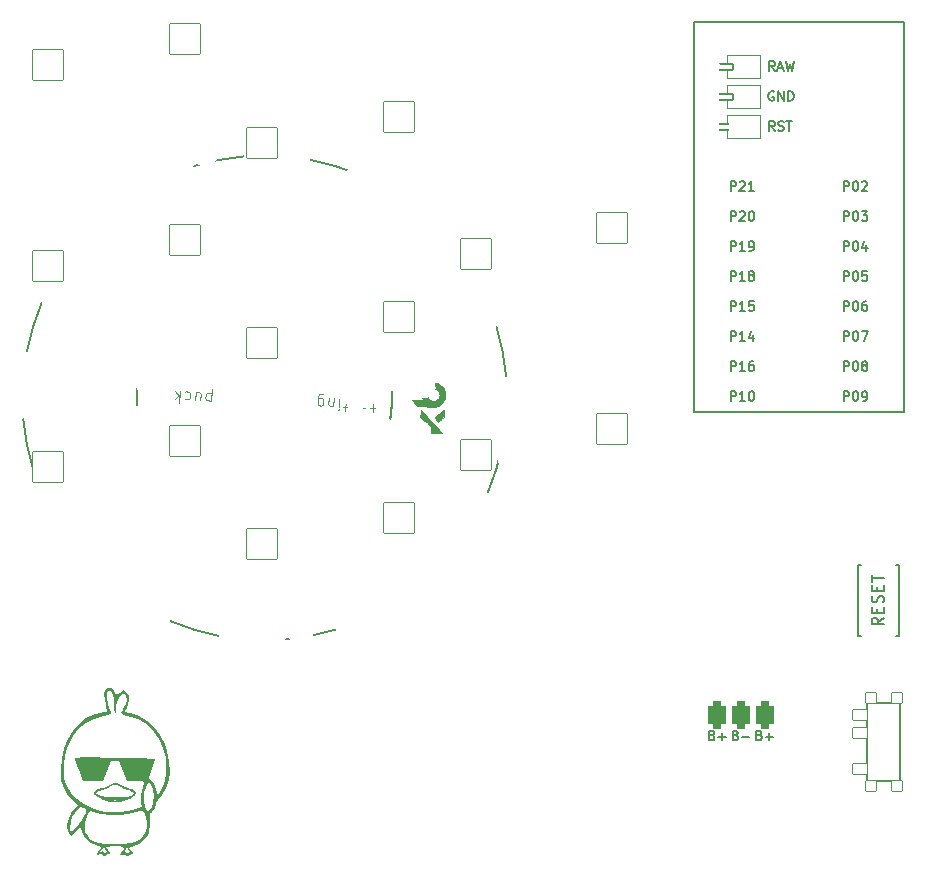
<source format=gto>
%TF.GenerationSoftware,KiCad,Pcbnew,(6.0.4)*%
%TF.CreationDate,2022-06-21T01:29:20+02:00*%
%TF.ProjectId,battoota,62617474-6f6f-4746-912e-6b696361645f,v1.0.0*%
%TF.SameCoordinates,Original*%
%TF.FileFunction,Legend,Top*%
%TF.FilePolarity,Positive*%
%FSLAX46Y46*%
G04 Gerber Fmt 4.6, Leading zero omitted, Abs format (unit mm)*
G04 Created by KiCad (PCBNEW (6.0.4)) date 2022-06-21 01:29:20*
%MOMM*%
%LPD*%
G01*
G04 APERTURE LIST*
G04 Aperture macros list*
%AMRoundRect*
0 Rectangle with rounded corners*
0 $1 Rounding radius*
0 $2 $3 $4 $5 $6 $7 $8 $9 X,Y pos of 4 corners*
0 Add a 4 corners polygon primitive as box body*
4,1,4,$2,$3,$4,$5,$6,$7,$8,$9,$2,$3,0*
0 Add four circle primitives for the rounded corners*
1,1,$1+$1,$2,$3*
1,1,$1+$1,$4,$5*
1,1,$1+$1,$6,$7*
1,1,$1+$1,$8,$9*
0 Add four rect primitives between the rounded corners*
20,1,$1+$1,$2,$3,$4,$5,0*
20,1,$1+$1,$4,$5,$6,$7,0*
20,1,$1+$1,$6,$7,$8,$9,0*
20,1,$1+$1,$8,$9,$2,$3,0*%
%AMFreePoly0*
4,1,16,0.535355,0.785355,0.550000,0.750000,0.550000,-0.750000,0.535355,-0.785355,0.500000,-0.800000,-0.650000,-0.800000,-0.685355,-0.785355,-0.700000,-0.750000,-0.691603,-0.722265,-0.210093,0.000000,-0.691603,0.722265,-0.699029,0.759806,-0.677735,0.791603,-0.650000,0.800000,0.500000,0.800000,0.535355,0.785355,0.535355,0.785355,$1*%
%AMFreePoly1*
4,1,16,0.535355,0.785355,0.541603,0.777735,1.041603,0.027735,1.049029,-0.009806,1.041603,-0.027735,0.541603,-0.777735,0.509806,-0.799029,0.500000,-0.800000,-0.500000,-0.800000,-0.535355,-0.785355,-0.550000,-0.750000,-0.550000,0.750000,-0.535355,0.785355,-0.500000,0.800000,0.500000,0.800000,0.535355,0.785355,0.535355,0.785355,$1*%
G04 Aperture macros list end*
%ADD10C,0.150000*%
%ADD11C,0.100000*%
%ADD12C,0.120000*%
%ADD13C,0.200000*%
%ADD14C,0.010000*%
%ADD15RoundRect,0.375000X-0.375000X-0.750000X0.375000X-0.750000X0.375000X0.750000X-0.375000X0.750000X0*%
%ADD16C,2.000000*%
%ADD17C,1.752600*%
%ADD18RoundRect,0.050000X-0.450000X0.450000X-0.450000X-0.450000X0.450000X-0.450000X0.450000X0.450000X0*%
%ADD19RoundRect,0.050000X-0.625000X0.450000X-0.625000X-0.450000X0.625000X-0.450000X0.625000X0.450000X0*%
%ADD20RoundRect,0.425000X-0.375000X-0.750000X0.375000X-0.750000X0.375000X0.750000X-0.375000X0.750000X0*%
%ADD21C,2.100000*%
%ADD22C,1.801800*%
%ADD23C,3.100000*%
%ADD24C,3.529000*%
%ADD25C,2.132000*%
%ADD26RoundRect,0.050000X-1.253839X-1.344577X1.344577X-1.253839X1.253839X1.344577X-1.344577X1.253839X0*%
%ADD27RoundRect,0.050000X-1.300000X-1.300000X1.300000X-1.300000X1.300000X1.300000X-1.300000X1.300000X0*%
%ADD28RoundRect,0.050000X-1.666227X-0.776974X0.776974X-1.666227X1.666227X0.776974X-0.776974X1.666227X0*%
%ADD29C,1.100000*%
%ADD30RoundRect,0.050000X-1.181751X-1.408356X1.408356X-1.181751X1.181751X1.408356X-1.408356X1.181751X0*%
%ADD31RoundRect,0.050000X-1.408356X-1.181751X1.181751X-1.408356X1.408356X1.181751X-1.181751X1.408356X0*%
%ADD32C,1.852600*%
%ADD33FreePoly0,180.000000*%
%ADD34RoundRect,0.050000X-0.762000X0.250000X-0.762000X-0.250000X0.762000X-0.250000X0.762000X0.250000X0*%
%ADD35FreePoly1,180.000000*%
%ADD36C,4.500000*%
G04 APERTURE END LIST*
D10*
%TO.C,PAD1*%
X146433764Y60268523D02*
X146548050Y60230428D01*
X146586145Y60192333D01*
X146624240Y60116142D01*
X146624240Y60001857D01*
X146586145Y59925666D01*
X146548050Y59887571D01*
X146471860Y59849476D01*
X146167098Y59849476D01*
X146167098Y60649476D01*
X146433764Y60649476D01*
X146509955Y60611381D01*
X146548050Y60573285D01*
X146586145Y60497095D01*
X146586145Y60420904D01*
X146548050Y60344714D01*
X146509955Y60306619D01*
X146433764Y60268523D01*
X146167098Y60268523D01*
X146967098Y60154238D02*
X147576621Y60154238D01*
X144433764Y60268523D02*
X144548050Y60230428D01*
X144586145Y60192333D01*
X144624240Y60116142D01*
X144624240Y60001857D01*
X144586145Y59925666D01*
X144548050Y59887571D01*
X144471860Y59849476D01*
X144167098Y59849476D01*
X144167098Y60649476D01*
X144433764Y60649476D01*
X144509955Y60611381D01*
X144548050Y60573285D01*
X144586145Y60497095D01*
X144586145Y60420904D01*
X144548050Y60344714D01*
X144509955Y60306619D01*
X144433764Y60268523D01*
X144167098Y60268523D01*
X144967098Y60154238D02*
X145576621Y60154238D01*
X145271860Y59849476D02*
X145271860Y60459000D01*
X148433764Y60268523D02*
X148548050Y60230428D01*
X148586145Y60192333D01*
X148624240Y60116142D01*
X148624240Y60001857D01*
X148586145Y59925666D01*
X148548050Y59887571D01*
X148471860Y59849476D01*
X148167098Y59849476D01*
X148167098Y60649476D01*
X148433764Y60649476D01*
X148509955Y60611381D01*
X148548050Y60573285D01*
X148586145Y60497095D01*
X148586145Y60420904D01*
X148548050Y60344714D01*
X148509955Y60306619D01*
X148433764Y60268523D01*
X148167098Y60268523D01*
X148967098Y60154238D02*
X149576621Y60154238D01*
X149271860Y59849476D02*
X149271860Y60459000D01*
%TO.C,B1*%
X158948380Y70227619D02*
X158472190Y69894285D01*
X158948380Y69656190D02*
X157948380Y69656190D01*
X157948380Y70037142D01*
X157996000Y70132380D01*
X158043619Y70180000D01*
X158138857Y70227619D01*
X158281714Y70227619D01*
X158376952Y70180000D01*
X158424571Y70132380D01*
X158472190Y70037142D01*
X158472190Y69656190D01*
X158424571Y70656190D02*
X158424571Y70989523D01*
X158948380Y71132380D02*
X158948380Y70656190D01*
X157948380Y70656190D01*
X157948380Y71132380D01*
X158900761Y71513333D02*
X158948380Y71656190D01*
X158948380Y71894285D01*
X158900761Y71989523D01*
X158853142Y72037142D01*
X158757904Y72084761D01*
X158662666Y72084761D01*
X158567428Y72037142D01*
X158519809Y71989523D01*
X158472190Y71894285D01*
X158424571Y71703809D01*
X158376952Y71608571D01*
X158329333Y71560952D01*
X158234095Y71513333D01*
X158138857Y71513333D01*
X158043619Y71560952D01*
X157996000Y71608571D01*
X157948380Y71703809D01*
X157948380Y71941904D01*
X157996000Y72084761D01*
X158424571Y72513333D02*
X158424571Y72846666D01*
X158948380Y72989523D02*
X158948380Y72513333D01*
X157948380Y72513333D01*
X157948380Y72989523D01*
X157948380Y73275238D02*
X157948380Y73846666D01*
X158948380Y73560952D02*
X157948380Y73560952D01*
%TO.C,MCU1*%
X155593571Y91121349D02*
X155593571Y91921349D01*
X155898333Y91921349D01*
X155974523Y91883254D01*
X156012619Y91845158D01*
X156050714Y91768968D01*
X156050714Y91654682D01*
X156012619Y91578492D01*
X155974523Y91540396D01*
X155898333Y91502301D01*
X155593571Y91502301D01*
X156545952Y91921349D02*
X156622142Y91921349D01*
X156698333Y91883254D01*
X156736428Y91845158D01*
X156774523Y91768968D01*
X156812619Y91616587D01*
X156812619Y91426111D01*
X156774523Y91273730D01*
X156736428Y91197539D01*
X156698333Y91159444D01*
X156622142Y91121349D01*
X156545952Y91121349D01*
X156469761Y91159444D01*
X156431666Y91197539D01*
X156393571Y91273730D01*
X156355476Y91426111D01*
X156355476Y91616587D01*
X156393571Y91768968D01*
X156431666Y91845158D01*
X156469761Y91883254D01*
X156545952Y91921349D01*
X157269761Y91578492D02*
X157193571Y91616587D01*
X157155476Y91654682D01*
X157117380Y91730873D01*
X157117380Y91768968D01*
X157155476Y91845158D01*
X157193571Y91883254D01*
X157269761Y91921349D01*
X157422142Y91921349D01*
X157498333Y91883254D01*
X157536428Y91845158D01*
X157574523Y91768968D01*
X157574523Y91730873D01*
X157536428Y91654682D01*
X157498333Y91616587D01*
X157422142Y91578492D01*
X157269761Y91578492D01*
X157193571Y91540396D01*
X157155476Y91502301D01*
X157117380Y91426111D01*
X157117380Y91273730D01*
X157155476Y91197539D01*
X157193571Y91159444D01*
X157269761Y91121349D01*
X157422142Y91121349D01*
X157498333Y91159444D01*
X157536428Y91197539D01*
X157574523Y91273730D01*
X157574523Y91426111D01*
X157536428Y91502301D01*
X157498333Y91540396D01*
X157422142Y91578492D01*
X145993571Y106361349D02*
X145993571Y107161349D01*
X146298333Y107161349D01*
X146374523Y107123254D01*
X146412619Y107085158D01*
X146450714Y107008968D01*
X146450714Y106894682D01*
X146412619Y106818492D01*
X146374523Y106780396D01*
X146298333Y106742301D01*
X145993571Y106742301D01*
X146755476Y107085158D02*
X146793571Y107123254D01*
X146869761Y107161349D01*
X147060238Y107161349D01*
X147136428Y107123254D01*
X147174523Y107085158D01*
X147212619Y107008968D01*
X147212619Y106932777D01*
X147174523Y106818492D01*
X146717380Y106361349D01*
X147212619Y106361349D01*
X147974523Y106361349D02*
X147517380Y106361349D01*
X147745952Y106361349D02*
X147745952Y107161349D01*
X147669761Y107047063D01*
X147593571Y106970873D01*
X147517380Y106932777D01*
X145993571Y93661349D02*
X145993571Y94461349D01*
X146298333Y94461349D01*
X146374523Y94423254D01*
X146412619Y94385158D01*
X146450714Y94308968D01*
X146450714Y94194682D01*
X146412619Y94118492D01*
X146374523Y94080396D01*
X146298333Y94042301D01*
X145993571Y94042301D01*
X147212619Y93661349D02*
X146755476Y93661349D01*
X146984047Y93661349D02*
X146984047Y94461349D01*
X146907857Y94347063D01*
X146831666Y94270873D01*
X146755476Y94232777D01*
X147898333Y94194682D02*
X147898333Y93661349D01*
X147707857Y94499444D02*
X147517380Y93928015D01*
X148012619Y93928015D01*
X145993571Y103821349D02*
X145993571Y104621349D01*
X146298333Y104621349D01*
X146374523Y104583254D01*
X146412619Y104545158D01*
X146450714Y104468968D01*
X146450714Y104354682D01*
X146412619Y104278492D01*
X146374523Y104240396D01*
X146298333Y104202301D01*
X145993571Y104202301D01*
X146755476Y104545158D02*
X146793571Y104583254D01*
X146869761Y104621349D01*
X147060238Y104621349D01*
X147136428Y104583254D01*
X147174523Y104545158D01*
X147212619Y104468968D01*
X147212619Y104392777D01*
X147174523Y104278492D01*
X146717380Y103821349D01*
X147212619Y103821349D01*
X147707857Y104621349D02*
X147784047Y104621349D01*
X147860238Y104583254D01*
X147898333Y104545158D01*
X147936428Y104468968D01*
X147974523Y104316587D01*
X147974523Y104126111D01*
X147936428Y103973730D01*
X147898333Y103897539D01*
X147860238Y103859444D01*
X147784047Y103821349D01*
X147707857Y103821349D01*
X147631666Y103859444D01*
X147593571Y103897539D01*
X147555476Y103973730D01*
X147517380Y104126111D01*
X147517380Y104316587D01*
X147555476Y104468968D01*
X147593571Y104545158D01*
X147631666Y104583254D01*
X147707857Y104621349D01*
X149713381Y111441349D02*
X149446715Y111822301D01*
X149256238Y111441349D02*
X149256238Y112241349D01*
X149561000Y112241349D01*
X149637191Y112203254D01*
X149675286Y112165158D01*
X149713381Y112088968D01*
X149713381Y111974682D01*
X149675286Y111898492D01*
X149637191Y111860396D01*
X149561000Y111822301D01*
X149256238Y111822301D01*
X150018143Y111479444D02*
X150132429Y111441349D01*
X150322905Y111441349D01*
X150399096Y111479444D01*
X150437191Y111517539D01*
X150475286Y111593730D01*
X150475286Y111669920D01*
X150437191Y111746111D01*
X150399096Y111784206D01*
X150322905Y111822301D01*
X150170524Y111860396D01*
X150094334Y111898492D01*
X150056238Y111936587D01*
X150018143Y112012777D01*
X150018143Y112088968D01*
X150056238Y112165158D01*
X150094334Y112203254D01*
X150170524Y112241349D01*
X150361000Y112241349D01*
X150475286Y112203254D01*
X150703857Y112241349D02*
X151161000Y112241349D01*
X150932429Y111441349D02*
X150932429Y112241349D01*
X155593571Y88581349D02*
X155593571Y89381349D01*
X155898333Y89381349D01*
X155974523Y89343254D01*
X156012619Y89305158D01*
X156050714Y89228968D01*
X156050714Y89114682D01*
X156012619Y89038492D01*
X155974523Y89000396D01*
X155898333Y88962301D01*
X155593571Y88962301D01*
X156545952Y89381349D02*
X156622142Y89381349D01*
X156698333Y89343254D01*
X156736428Y89305158D01*
X156774523Y89228968D01*
X156812619Y89076587D01*
X156812619Y88886111D01*
X156774523Y88733730D01*
X156736428Y88657539D01*
X156698333Y88619444D01*
X156622142Y88581349D01*
X156545952Y88581349D01*
X156469761Y88619444D01*
X156431666Y88657539D01*
X156393571Y88733730D01*
X156355476Y88886111D01*
X156355476Y89076587D01*
X156393571Y89228968D01*
X156431666Y89305158D01*
X156469761Y89343254D01*
X156545952Y89381349D01*
X157193571Y88581349D02*
X157345952Y88581349D01*
X157422142Y88619444D01*
X157460238Y88657539D01*
X157536428Y88771825D01*
X157574523Y88924206D01*
X157574523Y89228968D01*
X157536428Y89305158D01*
X157498333Y89343254D01*
X157422142Y89381349D01*
X157269761Y89381349D01*
X157193571Y89343254D01*
X157155476Y89305158D01*
X157117380Y89228968D01*
X157117380Y89038492D01*
X157155476Y88962301D01*
X157193571Y88924206D01*
X157269761Y88886111D01*
X157422142Y88886111D01*
X157498333Y88924206D01*
X157536428Y88962301D01*
X157574523Y89038492D01*
X145993571Y91121349D02*
X145993571Y91921349D01*
X146298333Y91921349D01*
X146374523Y91883254D01*
X146412619Y91845158D01*
X146450714Y91768968D01*
X146450714Y91654682D01*
X146412619Y91578492D01*
X146374523Y91540396D01*
X146298333Y91502301D01*
X145993571Y91502301D01*
X147212619Y91121349D02*
X146755476Y91121349D01*
X146984047Y91121349D02*
X146984047Y91921349D01*
X146907857Y91807063D01*
X146831666Y91730873D01*
X146755476Y91692777D01*
X147898333Y91921349D02*
X147745952Y91921349D01*
X147669761Y91883254D01*
X147631666Y91845158D01*
X147555476Y91730873D01*
X147517380Y91578492D01*
X147517380Y91273730D01*
X147555476Y91197539D01*
X147593571Y91159444D01*
X147669761Y91121349D01*
X147822142Y91121349D01*
X147898333Y91159444D01*
X147936428Y91197539D01*
X147974523Y91273730D01*
X147974523Y91464206D01*
X147936428Y91540396D01*
X147898333Y91578492D01*
X147822142Y91616587D01*
X147669761Y91616587D01*
X147593571Y91578492D01*
X147555476Y91540396D01*
X147517380Y91464206D01*
X149713382Y116521349D02*
X149446715Y116902301D01*
X149256239Y116521349D02*
X149256239Y117321349D01*
X149561001Y117321349D01*
X149637191Y117283254D01*
X149675286Y117245158D01*
X149713382Y117168968D01*
X149713382Y117054682D01*
X149675286Y116978492D01*
X149637191Y116940396D01*
X149561001Y116902301D01*
X149256239Y116902301D01*
X150018143Y116749920D02*
X150399096Y116749920D01*
X149941953Y116521349D02*
X150208620Y117321349D01*
X150475286Y116521349D01*
X150665763Y117321349D02*
X150856239Y116521349D01*
X151008620Y117092777D01*
X151161001Y116521349D01*
X151351477Y117321349D01*
X155593571Y106361349D02*
X155593571Y107161349D01*
X155898333Y107161349D01*
X155974523Y107123254D01*
X156012619Y107085158D01*
X156050714Y107008968D01*
X156050714Y106894682D01*
X156012619Y106818492D01*
X155974523Y106780396D01*
X155898333Y106742301D01*
X155593571Y106742301D01*
X156545952Y107161349D02*
X156622142Y107161349D01*
X156698333Y107123254D01*
X156736428Y107085158D01*
X156774523Y107008968D01*
X156812619Y106856587D01*
X156812619Y106666111D01*
X156774523Y106513730D01*
X156736428Y106437539D01*
X156698333Y106399444D01*
X156622142Y106361349D01*
X156545952Y106361349D01*
X156469761Y106399444D01*
X156431666Y106437539D01*
X156393571Y106513730D01*
X156355476Y106666111D01*
X156355476Y106856587D01*
X156393571Y107008968D01*
X156431666Y107085158D01*
X156469761Y107123254D01*
X156545952Y107161349D01*
X157117380Y107085158D02*
X157155476Y107123254D01*
X157231666Y107161349D01*
X157422142Y107161349D01*
X157498333Y107123254D01*
X157536428Y107085158D01*
X157574523Y107008968D01*
X157574523Y106932777D01*
X157536428Y106818492D01*
X157079285Y106361349D01*
X157574523Y106361349D01*
X145993571Y98741349D02*
X145993571Y99541349D01*
X146298333Y99541349D01*
X146374523Y99503254D01*
X146412619Y99465158D01*
X146450714Y99388968D01*
X146450714Y99274682D01*
X146412619Y99198492D01*
X146374523Y99160396D01*
X146298333Y99122301D01*
X145993571Y99122301D01*
X147212619Y98741349D02*
X146755476Y98741349D01*
X146984047Y98741349D02*
X146984047Y99541349D01*
X146907857Y99427063D01*
X146831666Y99350873D01*
X146755476Y99312777D01*
X147669761Y99198492D02*
X147593571Y99236587D01*
X147555476Y99274682D01*
X147517380Y99350873D01*
X147517380Y99388968D01*
X147555476Y99465158D01*
X147593571Y99503254D01*
X147669761Y99541349D01*
X147822142Y99541349D01*
X147898333Y99503254D01*
X147936428Y99465158D01*
X147974523Y99388968D01*
X147974523Y99350873D01*
X147936428Y99274682D01*
X147898333Y99236587D01*
X147822142Y99198492D01*
X147669761Y99198492D01*
X147593571Y99160396D01*
X147555476Y99122301D01*
X147517380Y99046111D01*
X147517380Y98893730D01*
X147555476Y98817539D01*
X147593571Y98779444D01*
X147669761Y98741349D01*
X147822142Y98741349D01*
X147898333Y98779444D01*
X147936428Y98817539D01*
X147974523Y98893730D01*
X147974523Y99046111D01*
X147936428Y99122301D01*
X147898333Y99160396D01*
X147822142Y99198492D01*
X145993571Y88581349D02*
X145993571Y89381349D01*
X146298333Y89381349D01*
X146374523Y89343254D01*
X146412619Y89305158D01*
X146450714Y89228968D01*
X146450714Y89114682D01*
X146412619Y89038492D01*
X146374523Y89000396D01*
X146298333Y88962301D01*
X145993571Y88962301D01*
X147212619Y88581349D02*
X146755476Y88581349D01*
X146984047Y88581349D02*
X146984047Y89381349D01*
X146907857Y89267063D01*
X146831666Y89190873D01*
X146755476Y89152777D01*
X147707857Y89381349D02*
X147784047Y89381349D01*
X147860238Y89343254D01*
X147898333Y89305158D01*
X147936428Y89228968D01*
X147974523Y89076587D01*
X147974523Y88886111D01*
X147936428Y88733730D01*
X147898333Y88657539D01*
X147860238Y88619444D01*
X147784047Y88581349D01*
X147707857Y88581349D01*
X147631666Y88619444D01*
X147593571Y88657539D01*
X147555476Y88733730D01*
X147517380Y88886111D01*
X147517380Y89076587D01*
X147555476Y89228968D01*
X147593571Y89305158D01*
X147631666Y89343254D01*
X147707857Y89381349D01*
X155593571Y103821349D02*
X155593571Y104621349D01*
X155898333Y104621349D01*
X155974523Y104583254D01*
X156012619Y104545158D01*
X156050714Y104468968D01*
X156050714Y104354682D01*
X156012619Y104278492D01*
X155974523Y104240396D01*
X155898333Y104202301D01*
X155593571Y104202301D01*
X156545952Y104621349D02*
X156622142Y104621349D01*
X156698333Y104583254D01*
X156736428Y104545158D01*
X156774523Y104468968D01*
X156812619Y104316587D01*
X156812619Y104126111D01*
X156774523Y103973730D01*
X156736428Y103897539D01*
X156698333Y103859444D01*
X156622142Y103821349D01*
X156545952Y103821349D01*
X156469761Y103859444D01*
X156431666Y103897539D01*
X156393571Y103973730D01*
X156355476Y104126111D01*
X156355476Y104316587D01*
X156393571Y104468968D01*
X156431666Y104545158D01*
X156469761Y104583254D01*
X156545952Y104621349D01*
X157079285Y104621349D02*
X157574523Y104621349D01*
X157307857Y104316587D01*
X157422142Y104316587D01*
X157498333Y104278492D01*
X157536428Y104240396D01*
X157574523Y104164206D01*
X157574523Y103973730D01*
X157536428Y103897539D01*
X157498333Y103859444D01*
X157422142Y103821349D01*
X157193571Y103821349D01*
X157117380Y103859444D01*
X157079285Y103897539D01*
X155593571Y93661349D02*
X155593571Y94461349D01*
X155898333Y94461349D01*
X155974523Y94423254D01*
X156012619Y94385158D01*
X156050714Y94308968D01*
X156050714Y94194682D01*
X156012619Y94118492D01*
X155974523Y94080396D01*
X155898333Y94042301D01*
X155593571Y94042301D01*
X156545952Y94461349D02*
X156622142Y94461349D01*
X156698333Y94423254D01*
X156736428Y94385158D01*
X156774523Y94308968D01*
X156812619Y94156587D01*
X156812619Y93966111D01*
X156774523Y93813730D01*
X156736428Y93737539D01*
X156698333Y93699444D01*
X156622142Y93661349D01*
X156545952Y93661349D01*
X156469761Y93699444D01*
X156431666Y93737539D01*
X156393571Y93813730D01*
X156355476Y93966111D01*
X156355476Y94156587D01*
X156393571Y94308968D01*
X156431666Y94385158D01*
X156469761Y94423254D01*
X156545952Y94461349D01*
X157079285Y94461349D02*
X157612619Y94461349D01*
X157269761Y93661349D01*
X145993571Y101281349D02*
X145993571Y102081349D01*
X146298333Y102081349D01*
X146374523Y102043254D01*
X146412619Y102005158D01*
X146450714Y101928968D01*
X146450714Y101814682D01*
X146412619Y101738492D01*
X146374523Y101700396D01*
X146298333Y101662301D01*
X145993571Y101662301D01*
X147212619Y101281349D02*
X146755476Y101281349D01*
X146984047Y101281349D02*
X146984047Y102081349D01*
X146907857Y101967063D01*
X146831666Y101890873D01*
X146755476Y101852777D01*
X147593571Y101281349D02*
X147745952Y101281349D01*
X147822142Y101319444D01*
X147860238Y101357539D01*
X147936428Y101471825D01*
X147974523Y101624206D01*
X147974523Y101928968D01*
X147936428Y102005158D01*
X147898333Y102043254D01*
X147822142Y102081349D01*
X147669761Y102081349D01*
X147593571Y102043254D01*
X147555476Y102005158D01*
X147517380Y101928968D01*
X147517380Y101738492D01*
X147555476Y101662301D01*
X147593571Y101624206D01*
X147669761Y101586111D01*
X147822142Y101586111D01*
X147898333Y101624206D01*
X147936428Y101662301D01*
X147974523Y101738492D01*
X149656239Y114743254D02*
X149580048Y114781349D01*
X149465763Y114781349D01*
X149351477Y114743254D01*
X149275286Y114667063D01*
X149237191Y114590873D01*
X149199096Y114438492D01*
X149199096Y114324206D01*
X149237191Y114171825D01*
X149275286Y114095634D01*
X149351477Y114019444D01*
X149465763Y113981349D01*
X149541953Y113981349D01*
X149656239Y114019444D01*
X149694334Y114057539D01*
X149694334Y114324206D01*
X149541953Y114324206D01*
X150037191Y113981349D02*
X150037191Y114781349D01*
X150494334Y113981349D01*
X150494334Y114781349D01*
X150875286Y113981349D02*
X150875286Y114781349D01*
X151065763Y114781349D01*
X151180048Y114743254D01*
X151256239Y114667063D01*
X151294334Y114590873D01*
X151332429Y114438492D01*
X151332429Y114324206D01*
X151294334Y114171825D01*
X151256239Y114095634D01*
X151180048Y114019444D01*
X151065763Y113981349D01*
X150875286Y113981349D01*
X155593571Y101281349D02*
X155593571Y102081349D01*
X155898333Y102081349D01*
X155974523Y102043254D01*
X156012619Y102005158D01*
X156050714Y101928968D01*
X156050714Y101814682D01*
X156012619Y101738492D01*
X155974523Y101700396D01*
X155898333Y101662301D01*
X155593571Y101662301D01*
X156545952Y102081349D02*
X156622142Y102081349D01*
X156698333Y102043254D01*
X156736428Y102005158D01*
X156774523Y101928968D01*
X156812619Y101776587D01*
X156812619Y101586111D01*
X156774523Y101433730D01*
X156736428Y101357539D01*
X156698333Y101319444D01*
X156622142Y101281349D01*
X156545952Y101281349D01*
X156469761Y101319444D01*
X156431666Y101357539D01*
X156393571Y101433730D01*
X156355476Y101586111D01*
X156355476Y101776587D01*
X156393571Y101928968D01*
X156431666Y102005158D01*
X156469761Y102043254D01*
X156545952Y102081349D01*
X157498333Y101814682D02*
X157498333Y101281349D01*
X157307857Y102119444D02*
X157117380Y101548015D01*
X157612619Y101548015D01*
X155593571Y98741349D02*
X155593571Y99541349D01*
X155898333Y99541349D01*
X155974523Y99503254D01*
X156012619Y99465158D01*
X156050714Y99388968D01*
X156050714Y99274682D01*
X156012619Y99198492D01*
X155974523Y99160396D01*
X155898333Y99122301D01*
X155593571Y99122301D01*
X156545952Y99541349D02*
X156622142Y99541349D01*
X156698333Y99503254D01*
X156736428Y99465158D01*
X156774523Y99388968D01*
X156812619Y99236587D01*
X156812619Y99046111D01*
X156774523Y98893730D01*
X156736428Y98817539D01*
X156698333Y98779444D01*
X156622142Y98741349D01*
X156545952Y98741349D01*
X156469761Y98779444D01*
X156431666Y98817539D01*
X156393571Y98893730D01*
X156355476Y99046111D01*
X156355476Y99236587D01*
X156393571Y99388968D01*
X156431666Y99465158D01*
X156469761Y99503254D01*
X156545952Y99541349D01*
X157536428Y99541349D02*
X157155476Y99541349D01*
X157117380Y99160396D01*
X157155476Y99198492D01*
X157231666Y99236587D01*
X157422142Y99236587D01*
X157498333Y99198492D01*
X157536428Y99160396D01*
X157574523Y99084206D01*
X157574523Y98893730D01*
X157536428Y98817539D01*
X157498333Y98779444D01*
X157422142Y98741349D01*
X157231666Y98741349D01*
X157155476Y98779444D01*
X157117380Y98817539D01*
X145993571Y96201349D02*
X145993571Y97001349D01*
X146298333Y97001349D01*
X146374523Y96963254D01*
X146412619Y96925158D01*
X146450714Y96848968D01*
X146450714Y96734682D01*
X146412619Y96658492D01*
X146374523Y96620396D01*
X146298333Y96582301D01*
X145993571Y96582301D01*
X147212619Y96201349D02*
X146755476Y96201349D01*
X146984047Y96201349D02*
X146984047Y97001349D01*
X146907857Y96887063D01*
X146831666Y96810873D01*
X146755476Y96772777D01*
X147936428Y97001349D02*
X147555476Y97001349D01*
X147517380Y96620396D01*
X147555476Y96658492D01*
X147631666Y96696587D01*
X147822142Y96696587D01*
X147898333Y96658492D01*
X147936428Y96620396D01*
X147974523Y96544206D01*
X147974523Y96353730D01*
X147936428Y96277539D01*
X147898333Y96239444D01*
X147822142Y96201349D01*
X147631666Y96201349D01*
X147555476Y96239444D01*
X147517380Y96277539D01*
X155593571Y96201349D02*
X155593571Y97001349D01*
X155898333Y97001349D01*
X155974523Y96963254D01*
X156012619Y96925158D01*
X156050714Y96848968D01*
X156050714Y96734682D01*
X156012619Y96658492D01*
X155974523Y96620396D01*
X155898333Y96582301D01*
X155593571Y96582301D01*
X156545952Y97001349D02*
X156622142Y97001349D01*
X156698333Y96963254D01*
X156736428Y96925158D01*
X156774523Y96848968D01*
X156812619Y96696587D01*
X156812619Y96506111D01*
X156774523Y96353730D01*
X156736428Y96277539D01*
X156698333Y96239444D01*
X156622142Y96201349D01*
X156545952Y96201349D01*
X156469761Y96239444D01*
X156431666Y96277539D01*
X156393571Y96353730D01*
X156355476Y96506111D01*
X156355476Y96696587D01*
X156393571Y96848968D01*
X156431666Y96925158D01*
X156469761Y96963254D01*
X156545952Y97001349D01*
X157498333Y97001349D02*
X157345952Y97001349D01*
X157269761Y96963254D01*
X157231666Y96925158D01*
X157155476Y96810873D01*
X157117380Y96658492D01*
X157117380Y96353730D01*
X157155476Y96277539D01*
X157193571Y96239444D01*
X157269761Y96201349D01*
X157422142Y96201349D01*
X157498333Y96239444D01*
X157536428Y96277539D01*
X157574523Y96353730D01*
X157574523Y96544206D01*
X157536428Y96620396D01*
X157498333Y96658492D01*
X157422142Y96696587D01*
X157269761Y96696587D01*
X157193571Y96658492D01*
X157155476Y96620396D01*
X157117380Y96544206D01*
D11*
%TO.C,REF\u002A\u002A*%
X115872074Y87938383D02*
X115491644Y87958320D01*
X115711968Y87612983D02*
X115756827Y88468951D01*
X115714258Y88566551D01*
X115621642Y88619089D01*
X115526535Y88624073D01*
X114810736Y88613902D02*
X114908336Y88656472D01*
X115098551Y88646503D01*
X115191166Y88593965D01*
X115233736Y88496365D01*
X115213798Y88115935D01*
X115161260Y88023319D01*
X115063660Y87980750D01*
X114873445Y87990719D01*
X114780830Y88043257D01*
X114738260Y88140856D01*
X114743245Y88235964D01*
X115223767Y88306150D01*
X114302800Y88020625D02*
X114337690Y88686378D01*
X114307784Y88115732D02*
X114257738Y88070671D01*
X114160138Y88028101D01*
X114017477Y88035578D01*
X113924861Y88088116D01*
X113882292Y88185716D01*
X113909706Y88708808D01*
X113541939Y88060500D02*
X113161509Y88080437D01*
X113381832Y87735100D02*
X113426692Y88591068D01*
X113384122Y88688668D01*
X113291507Y88741206D01*
X113196399Y88746190D01*
X112863523Y88763636D02*
X112828632Y88097883D01*
X112811187Y87765006D02*
X112861233Y87810068D01*
X112816171Y87860114D01*
X112766125Y87815052D01*
X112811187Y87765006D01*
X112816171Y87860114D01*
X112353094Y88122805D02*
X112387985Y88788558D01*
X112358079Y88217912D02*
X112308033Y88172850D01*
X112210433Y88130281D01*
X112067771Y88137758D01*
X111975156Y88190296D01*
X111932587Y88287896D01*
X111960001Y88810987D01*
X111021588Y88192586D02*
X111063955Y89001000D01*
X111116494Y89093616D01*
X111166540Y89138677D01*
X111264139Y89181247D01*
X111406801Y89173770D01*
X111499416Y89121232D01*
X111053987Y88810785D02*
X111151586Y88853354D01*
X111341802Y88843386D01*
X111434417Y88790848D01*
X111479479Y88740802D01*
X111522048Y88643202D01*
X111507095Y88357879D01*
X111454557Y88265264D01*
X111404511Y88220202D01*
X111306911Y88177633D01*
X111116696Y88187601D01*
X111024080Y88240140D01*
X101997288Y88601943D02*
X102049624Y89600572D01*
X101999780Y88649496D02*
X101902180Y88606927D01*
X101711965Y88616896D01*
X101619350Y88669434D01*
X101574288Y88719480D01*
X101531719Y88817080D01*
X101546672Y89102402D01*
X101599210Y89195018D01*
X101649256Y89240079D01*
X101746856Y89282649D01*
X101937071Y89272680D01*
X102029686Y89220142D01*
X100665782Y88671724D02*
X100700673Y89337477D01*
X101093766Y88649294D02*
X101121180Y89172386D01*
X101078611Y89269986D01*
X100985995Y89322524D01*
X100843334Y89330000D01*
X100745734Y89287431D01*
X100695688Y89242369D01*
X99794658Y89337275D02*
X99892258Y89379844D01*
X100082473Y89369875D01*
X100175089Y89317337D01*
X100220150Y89267291D01*
X100262720Y89169691D01*
X100247767Y88884369D01*
X100195228Y88791753D01*
X100145182Y88746692D01*
X100047583Y88704122D01*
X99857368Y88714091D01*
X99764752Y88766629D01*
X99369166Y89407258D02*
X99316831Y88408629D01*
X99254121Y89031812D02*
X98988736Y89427196D01*
X98953846Y88761443D02*
X99354213Y89121935D01*
D10*
%TO.C,T1*%
X160354000Y62990000D02*
X157504000Y62990000D01*
X160354000Y57740000D02*
X160354000Y61640000D01*
X157504000Y62990000D02*
X157504000Y56390000D01*
X160354000Y59690000D02*
X160354000Y56390000D01*
X157504000Y56390000D02*
X160354000Y56390000D01*
X160354000Y59690000D02*
X160354000Y62990000D01*
%TO.C,B1*%
X156746000Y68680000D02*
X156746000Y74680000D01*
X160246000Y68680000D02*
X160246000Y74680000D01*
X156746000Y74680000D02*
X156996000Y74680000D01*
X160246000Y68680000D02*
X159996000Y68680000D01*
X160246000Y74680000D02*
X159996000Y74680000D01*
X156746000Y68680000D02*
X156996000Y68680000D01*
%TO.C,G\u002A\u002A\u002A*%
G36*
X92883978Y54811439D02*
G01*
X92740255Y54880814D01*
X92407058Y55056231D01*
X92211599Y55193916D01*
X92131416Y55310999D01*
X92130646Y55316839D01*
X92306885Y55316839D01*
X92323310Y55295956D01*
X92503738Y55201096D01*
X92814003Y55123189D01*
X93215242Y55064583D01*
X93668589Y55027628D01*
X94135180Y55014670D01*
X94576151Y55028060D01*
X94952637Y55070144D01*
X95174422Y55123679D01*
X95401772Y55233273D01*
X95460472Y55348492D01*
X95351061Y55468035D01*
X95074080Y55590598D01*
X94966078Y55625429D01*
X94664565Y55735323D01*
X94407590Y55860367D01*
X94283288Y55946404D01*
X94021677Y56093383D01*
X93736622Y56076183D01*
X93509613Y55948664D01*
X93306784Y55830100D01*
X93019752Y55709005D01*
X92844401Y55651219D01*
X92514387Y55534275D01*
X92332107Y55420696D01*
X92306885Y55316839D01*
X92130646Y55316839D01*
X92126422Y55348860D01*
X92205522Y55535943D01*
X92420663Y55696920D01*
X92738600Y55809825D01*
X92858300Y55832470D01*
X93154436Y55920791D01*
X93435028Y56068739D01*
X93454272Y56082600D01*
X93752550Y56247693D01*
X94019947Y56257391D01*
X94293936Y56111220D01*
X94343195Y56071400D01*
X94555160Y55931295D01*
X94751676Y55860051D01*
X94778751Y55857874D01*
X94966352Y55822347D01*
X95222502Y55735067D01*
X95328663Y55689960D01*
X95559074Y55566867D01*
X95659234Y55452976D01*
X95667330Y55340633D01*
X95591473Y55163612D01*
X95513088Y55091950D01*
X95111759Y54891462D01*
X94805697Y54759395D01*
X94543443Y54679643D01*
X94273536Y54636100D01*
X93989088Y54614958D01*
X93653008Y54603783D01*
X93402897Y54622991D01*
X93169604Y54687303D01*
X93109985Y54713214D01*
X93673799Y54713214D01*
X93780173Y54699930D01*
X93904422Y54697460D01*
X94087543Y54704065D01*
X94137812Y54720951D01*
X94094922Y54734152D01*
X93848204Y54748159D01*
X93713922Y54734152D01*
X93673799Y54713214D01*
X93109985Y54713214D01*
X92957906Y54779309D01*
X93263810Y54779309D01*
X93347033Y54765751D01*
X93456847Y54781317D01*
X93458158Y54810219D01*
X93344841Y54830431D01*
X93295880Y54816903D01*
X93263810Y54779309D01*
X92957906Y54779309D01*
X92883978Y54811439D01*
G37*
G36*
X94497088Y50503045D02*
G01*
X94643295Y50652401D01*
X94666692Y50756195D01*
X94555768Y50821445D01*
X94299012Y50855169D01*
X93904422Y50864400D01*
X93568863Y50857043D01*
X93308698Y50837338D01*
X93161697Y50808830D01*
X93142422Y50792855D01*
X93199034Y50688346D01*
X93311755Y50568066D01*
X93447142Y50400898D01*
X93476988Y50265739D01*
X93400694Y50201812D01*
X93317223Y50210169D01*
X93160615Y50195335D01*
X93108213Y50135377D01*
X93006711Y50026556D01*
X92885968Y50061683D01*
X92834968Y50143183D01*
X92754841Y50223695D01*
X92631524Y50185516D01*
X92462694Y50111812D01*
X92392654Y50148018D01*
X92380422Y50271016D01*
X92421728Y50379808D01*
X92582791Y50379808D01*
X92677340Y50385158D01*
X92749034Y50430786D01*
X92849174Y50473905D01*
X92916959Y50373574D01*
X92929388Y50337018D01*
X92980358Y50214712D01*
X93017398Y50247358D01*
X93029700Y50288207D01*
X93124266Y50392124D01*
X93211226Y50386159D01*
X93282980Y50379386D01*
X93221385Y50454321D01*
X93173785Y50496685D01*
X93022640Y50657352D01*
X92947636Y50779733D01*
X92909598Y50852446D01*
X92895106Y50761545D01*
X92821498Y50610467D01*
X92711837Y50521852D01*
X92594181Y50433079D01*
X92582791Y50379808D01*
X92421728Y50379808D01*
X92447013Y50446405D01*
X92549755Y50545382D01*
X92693986Y50671444D01*
X92682018Y50778173D01*
X92509132Y50871978D01*
X92258894Y50940441D01*
X91805541Y51124714D01*
X91433524Y51442555D01*
X91170096Y51867066D01*
X91092709Y52091419D01*
X90991439Y52470057D01*
X90775764Y52332967D01*
X90561682Y52165937D01*
X90369908Y51974638D01*
X90179727Y51753400D01*
X90000313Y51965066D01*
X89869742Y52239974D01*
X89848473Y52501801D01*
X90095204Y52501801D01*
X90102772Y52276291D01*
X90139765Y52147704D01*
X90163941Y52134400D01*
X90256374Y52188909D01*
X90430173Y52331426D01*
X90603135Y52489954D01*
X91293284Y52489954D01*
X91375226Y52110208D01*
X91476501Y51873648D01*
X91654061Y51601911D01*
X91877885Y51393116D01*
X92168936Y51241165D01*
X92548174Y51139962D01*
X93036561Y51083409D01*
X93655058Y51065408D01*
X94226220Y51073792D01*
X94708800Y51090617D01*
X95060360Y51114249D01*
X95319209Y51150426D01*
X95523658Y51204883D01*
X95712015Y51283357D01*
X95750220Y51301989D01*
X96123921Y51577407D01*
X96396496Y51966219D01*
X96555900Y52437813D01*
X96590089Y52961576D01*
X96540529Y53310769D01*
X96455508Y53618649D01*
X96347306Y53796201D01*
X96181045Y53859979D01*
X95921846Y53826536D01*
X95630184Y53742813D01*
X94953530Y53587774D01*
X94197082Y53510253D01*
X93433171Y53513392D01*
X92734127Y53600336D01*
X92668971Y53614115D01*
X92335075Y53693216D01*
X92053420Y53769503D01*
X91875159Y53828891D01*
X91854808Y53838335D01*
X91752825Y53860391D01*
X91681082Y53771888D01*
X91623707Y53593361D01*
X91533656Y53336287D01*
X91426116Y53126554D01*
X91411179Y53105450D01*
X91304319Y52839623D01*
X91293284Y52489954D01*
X90603135Y52489954D01*
X90635426Y52519550D01*
X90866152Y52778902D01*
X91090809Y53095367D01*
X91281265Y53421544D01*
X91409387Y53710034D01*
X91448261Y53889059D01*
X91380701Y53995723D01*
X91215710Y54113267D01*
X91203142Y54119902D01*
X91054781Y54186990D01*
X90944970Y54184016D01*
X90822020Y54091411D01*
X90654733Y53912295D01*
X90448858Y53651510D01*
X90275909Y53376808D01*
X90223346Y53268946D01*
X90158061Y53047223D01*
X90114491Y52775143D01*
X90095204Y52501801D01*
X89848473Y52501801D01*
X89840202Y52603612D01*
X89902370Y53016274D01*
X90046922Y53438258D01*
X90264536Y53829856D01*
X90504870Y54113825D01*
X90761494Y54357583D01*
X90302999Y54776621D01*
X89826443Y55321596D01*
X89567296Y55759042D01*
X89447141Y56012240D01*
X89368080Y56220018D01*
X89321752Y56429518D01*
X89299794Y56687883D01*
X89293841Y57042258D01*
X89294371Y57297579D01*
X89297495Y57341400D01*
X89553696Y57341400D01*
X89557400Y56928222D01*
X89578822Y56628157D01*
X89627684Y56385171D01*
X89713705Y56143232D01*
X89792844Y55962855D01*
X90136304Y55401988D01*
X90621028Y54892268D01*
X91222119Y54452211D01*
X91914683Y54100333D01*
X92603812Y53872265D01*
X93082786Y53794861D01*
X93663314Y53766986D01*
X94285788Y53786196D01*
X94890603Y53850046D01*
X95418152Y53956093D01*
X95543239Y53992802D01*
X96123723Y54178753D01*
X96070295Y54617077D01*
X96079465Y55080285D01*
X96325881Y55080285D01*
X96327710Y54677744D01*
X96375168Y54316992D01*
X96467775Y54056944D01*
X96475134Y54045253D01*
X96628143Y53811733D01*
X96826284Y53997877D01*
X96966130Y54193782D01*
X97086957Y54469968D01*
X97121864Y54590190D01*
X97176721Y55146150D01*
X97084261Y55689335D01*
X96907681Y56083336D01*
X96784247Y56274447D01*
X96713207Y56333717D01*
X96666647Y56278387D01*
X96652846Y56240733D01*
X96579443Y56050036D01*
X96475242Y55806585D01*
X96461032Y55775066D01*
X96370162Y55465698D01*
X96325881Y55080285D01*
X96079465Y55080285D01*
X96082096Y55213210D01*
X96150582Y55521066D01*
X96262396Y55901980D01*
X96322245Y56147438D01*
X96311960Y56287910D01*
X96213374Y56353867D01*
X96008320Y56375778D01*
X95678630Y56384113D01*
X95635186Y56385469D01*
X94892188Y56410066D01*
X94545362Y57256733D01*
X94198535Y58103400D01*
X93537991Y58103400D01*
X92844243Y56410066D01*
X91992187Y56386102D01*
X91140130Y56362137D01*
X90785489Y57302541D01*
X90651479Y57677144D01*
X90550559Y57997120D01*
X90492705Y58227962D01*
X90487272Y58334241D01*
X90565612Y58358671D01*
X90770969Y58376347D01*
X91110443Y58387339D01*
X91591135Y58391713D01*
X92220147Y58389538D01*
X93004578Y58380882D01*
X93892620Y58366851D01*
X94628610Y58353119D01*
X95310377Y58338793D01*
X95919653Y58324376D01*
X96438166Y58310372D01*
X96847646Y58297287D01*
X97129824Y58285624D01*
X97266428Y58275889D01*
X97276286Y58273424D01*
X97264632Y58184166D01*
X97205275Y57971704D01*
X97108818Y57671815D01*
X97032008Y57449106D01*
X96752989Y56659530D01*
X96977731Y56434787D01*
X97139512Y56205119D01*
X97287131Y55877216D01*
X97345176Y55696772D01*
X97487878Y55183498D01*
X97700397Y55496248D01*
X97963013Y55953635D01*
X98127499Y56429344D01*
X98208157Y56975786D01*
X98222422Y57409186D01*
X98153236Y58317446D01*
X97951835Y59154138D01*
X97627455Y59906649D01*
X97189332Y60562370D01*
X96646702Y61108689D01*
X96008799Y61532995D01*
X95284861Y61822677D01*
X94928718Y61906649D01*
X94599418Y61983285D01*
X94428121Y62077514D01*
X94403843Y62217712D01*
X94515598Y62432257D01*
X94652421Y62620354D01*
X94830072Y62942212D01*
X94878088Y63278409D01*
X94844099Y63599871D01*
X94740227Y63769180D01*
X94563612Y63789686D01*
X94470459Y63756294D01*
X94256563Y63572819D01*
X94090860Y63257823D01*
X93987793Y62845723D01*
X93961254Y62542942D01*
X93942369Y62227069D01*
X93913023Y62069667D01*
X93879665Y62060719D01*
X93848740Y62190208D01*
X93826695Y62448119D01*
X93819755Y62762786D01*
X93794031Y63302679D01*
X93718779Y63706619D01*
X93596879Y63965572D01*
X93431210Y64070503D01*
X93402355Y64072400D01*
X93240506Y63997740D01*
X93178928Y63867659D01*
X93168326Y63649227D01*
X93203966Y63327445D01*
X93275583Y62958591D01*
X93372909Y62598940D01*
X93448998Y62387233D01*
X93520542Y62193920D01*
X93546125Y62082449D01*
X93543788Y62074878D01*
X93455295Y62047212D01*
X93243659Y61996299D01*
X92951733Y61932349D01*
X92901052Y61921718D01*
X92094895Y61683228D01*
X91407043Y61325848D01*
X90829831Y60843852D01*
X90355594Y60231511D01*
X90150404Y59866170D01*
X89844649Y59165956D01*
X89655204Y58486382D01*
X89565908Y57759066D01*
X89553696Y57341400D01*
X89297495Y57341400D01*
X89363677Y58269694D01*
X89557951Y59160199D01*
X89870025Y59958686D01*
X90292730Y60654747D01*
X90818899Y61237974D01*
X91441364Y61697957D01*
X92152957Y62024288D01*
X92640005Y62155797D01*
X92910572Y62216488D01*
X93107206Y62270853D01*
X93176676Y62300432D01*
X93180759Y62399663D01*
X93145166Y62609747D01*
X93097975Y62806337D01*
X92993959Y63324682D01*
X92978234Y63751062D01*
X93050080Y64065427D01*
X93148207Y64204636D01*
X93288440Y64307755D01*
X93415811Y64302972D01*
X93550374Y64235849D01*
X93757738Y64062353D01*
X93889118Y63876231D01*
X94000814Y63643880D01*
X94255447Y63858140D01*
X94465557Y64016970D01*
X94614991Y64056293D01*
X94762434Y63976714D01*
X94881937Y63864582D01*
X95052086Y63582213D01*
X95095465Y63231293D01*
X95012346Y62855224D01*
X94873903Y62592622D01*
X94750576Y62399963D01*
X94685927Y62277032D01*
X94683403Y62256510D01*
X94773050Y62230420D01*
X94979276Y62181344D01*
X95193103Y62133920D01*
X95946464Y61887855D01*
X96621090Y61496722D01*
X97208237Y60969645D01*
X97699161Y60315748D01*
X98085118Y59544155D01*
X98301239Y58890731D01*
X98476901Y58009790D01*
X98519445Y57191338D01*
X98430843Y56447007D01*
X98213068Y55788428D01*
X97868093Y55227231D01*
X97637308Y54976059D01*
X97473252Y54785159D01*
X97382263Y54611451D01*
X97375755Y54570520D01*
X97333745Y54375923D01*
X97229657Y54132103D01*
X97096407Y53901142D01*
X96966910Y53745125D01*
X96923569Y53717622D01*
X96862620Y53652314D01*
X96826491Y53494962D01*
X96811185Y53217437D01*
X96810852Y52924013D01*
X96806347Y52515991D01*
X96776410Y52219573D01*
X96711941Y51977819D01*
X96628666Y51784018D01*
X96338971Y51371594D01*
X95938500Y51071362D01*
X95461927Y50909110D01*
X95449588Y50907085D01*
X95193056Y50836684D01*
X95098588Y50736465D01*
X95168749Y50611297D01*
X95259088Y50545382D01*
X95394479Y50409715D01*
X95419029Y50274923D01*
X95330265Y50193370D01*
X95276022Y50187066D01*
X95084469Y50130817D01*
X95016322Y50081233D01*
X94911884Y50026348D01*
X94806703Y50114193D01*
X94795850Y50128633D01*
X94684763Y50221542D01*
X94627219Y50192133D01*
X94510362Y50109045D01*
X94383563Y50127496D01*
X94327755Y50230229D01*
X94363786Y50319728D01*
X94534456Y50319728D01*
X94548861Y50309933D01*
X94611115Y50354962D01*
X94740775Y50428040D01*
X94827524Y50366648D01*
X94862211Y50310067D01*
X94937077Y50200571D01*
X94974362Y50237014D01*
X94986321Y50288207D01*
X95072375Y50393271D01*
X95158559Y50389280D01*
X95217430Y50391348D01*
X95130255Y50474349D01*
X95110922Y50488967D01*
X94967179Y50640336D01*
X94913737Y50768893D01*
X94899684Y50857263D01*
X94860890Y50780451D01*
X94860628Y50779733D01*
X94774293Y50627497D01*
X94634478Y50443629D01*
X94534456Y50319728D01*
X94363786Y50319728D01*
X94387506Y50378647D01*
X94497088Y50503045D01*
G37*
D12*
%TO.C,MCU1*%
X148526477Y115343254D02*
X148526477Y113343254D01*
X145726477Y115343254D02*
X148526477Y115343254D01*
X145726477Y112803254D02*
X148526477Y112803254D01*
D10*
X160655000Y120693254D02*
X142875000Y120693254D01*
D12*
X145726477Y117883254D02*
X148526477Y117883254D01*
X148526477Y112803254D02*
X148526477Y110803254D01*
X145726477Y113343254D02*
X145726477Y114013254D01*
X145726477Y110803254D02*
X145726477Y111488254D01*
X148526477Y110803254D02*
X145726477Y110803254D01*
X148526477Y117883254D02*
X148526477Y115883254D01*
D10*
X142875000Y87673254D02*
X160655000Y87673254D01*
D12*
X145726477Y112138254D02*
X145726477Y112803254D01*
X145726477Y117213254D02*
X145726477Y117883254D01*
D10*
X142875000Y120693254D02*
X142875000Y87673254D01*
D12*
X148526477Y115883254D02*
X145726477Y115883254D01*
D10*
X160655000Y87673254D02*
X160655000Y120693254D01*
D12*
X145726477Y114663254D02*
X145726477Y115343254D01*
X148526477Y113343254D02*
X145726477Y113343254D01*
X145726477Y115883254D02*
X145726477Y116563254D01*
D13*
%TO.C,REF\u002A\u002A*%
X104757968Y109274076D02*
G75*
G03*
X100559003Y108458851I1790122J-20441721D01*
G01*
X95885989Y90521084D02*
G75*
G03*
X95767879Y89397341I10662096J-1688710D01*
G01*
X117179009Y87063649D02*
G75*
G03*
X117297119Y88187393I-10662017J1688701D01*
G01*
X125441016Y80824574D02*
G75*
G03*
X126690687Y84915323I-18892931J8007800D01*
G01*
X117210181Y87143664D02*
G75*
G03*
X117328291Y88267407I-10662055J1688704D01*
G01*
X108338202Y68390672D02*
G75*
G03*
X112537169Y69205898I-1790109J20441655D01*
G01*
X117297120Y88187393D02*
G75*
G03*
X117297120Y89317327I-10780127J564969D01*
G01*
X86106383Y87042257D02*
G75*
G03*
X86921609Y82843289I20441685J1790114D01*
G01*
X95854818Y90441070D02*
G75*
G03*
X95736708Y89317326I10662017J-1688700D01*
G01*
X95736708Y89317326D02*
G75*
G03*
X95736708Y88187393I10780126J-564968D01*
G01*
X114555885Y107725305D02*
G75*
G03*
X110465136Y108974976I-8007815J-18892980D01*
G01*
X126989787Y90622491D02*
G75*
G03*
X126174561Y94821458I-20441702J-1790117D01*
G01*
X98540283Y69939444D02*
G75*
G03*
X102631034Y68689772I8007797J18892913D01*
G01*
X95767879Y89397341D02*
G75*
G03*
X95767879Y88267407I10780127J-564969D01*
G01*
X117328292Y88267407D02*
G75*
G03*
X117328291Y89397341I-10780107J564962D01*
G01*
X87655155Y96840175D02*
G75*
G03*
X86405483Y92749425I18892930J-8007801D01*
G01*
G36*
X120685930Y88083783D02*
G01*
X120579374Y88087963D01*
X120456831Y88093340D01*
X120319713Y88099861D01*
X120169431Y88107475D01*
X120157711Y88108087D01*
X119466941Y88144201D01*
X118984185Y88677902D01*
X119477084Y88652219D01*
X119581191Y88646955D01*
X119677829Y88642380D01*
X119764636Y88638582D01*
X119839246Y88635649D01*
X119899300Y88633672D01*
X119942433Y88632740D01*
X119966284Y88632941D01*
X119970356Y88633637D01*
X119964701Y88646382D01*
X119949681Y88672049D01*
X119933765Y88697050D01*
X119869143Y88815291D01*
X119826503Y88939910D01*
X119805688Y89071562D01*
X119805958Y89115447D01*
X120317500Y89115447D01*
X120322364Y89013701D01*
X120347800Y88913887D01*
X120353345Y88899575D01*
X120401618Y88808972D01*
X120465866Y88731513D01*
X120543012Y88668346D01*
X120629980Y88620616D01*
X120723691Y88589467D01*
X120821070Y88576046D01*
X120919039Y88581499D01*
X121014522Y88606968D01*
X121070092Y88632749D01*
X121161757Y88694971D01*
X121236697Y88770634D01*
X121293799Y88857196D01*
X121331951Y88952115D01*
X121350041Y89052848D01*
X121346959Y89156852D01*
X121331509Y89230589D01*
X121317695Y89274369D01*
X121302500Y89316127D01*
X121295581Y89332678D01*
X121266989Y89379525D01*
X121223440Y89431198D01*
X121170575Y89482091D01*
X121114033Y89526597D01*
X121076883Y89550061D01*
X121033754Y89572530D01*
X120995861Y89587178D01*
X120954012Y89596739D01*
X120899010Y89603945D01*
X120893742Y89604503D01*
X120786468Y89606753D01*
X120687514Y89589051D01*
X120591934Y89550349D01*
X120562515Y89534096D01*
X120481339Y89473720D01*
X120415130Y89398264D01*
X120365005Y89311132D01*
X120332089Y89215725D01*
X120317500Y89115447D01*
X119805958Y89115447D01*
X119806544Y89210910D01*
X119808144Y89228662D01*
X119819378Y89317832D01*
X119835301Y89393585D01*
X119858516Y89464119D01*
X119891626Y89537625D01*
X119927876Y89605672D01*
X120009761Y89729489D01*
X120107525Y89837440D01*
X120219438Y89928602D01*
X120343778Y90002053D01*
X120478817Y90056871D01*
X120622829Y90092134D01*
X120774089Y90106919D01*
X120863822Y90105782D01*
X121015553Y90087525D01*
X121158278Y90048646D01*
X121294541Y89988287D01*
X121398317Y89925515D01*
X121513960Y89833625D01*
X121613347Y89726664D01*
X121695512Y89606866D01*
X121759489Y89476464D01*
X121804310Y89337692D01*
X121829013Y89192782D01*
X121832629Y89043968D01*
X121822906Y88944094D01*
X121790490Y88800986D01*
X121736922Y88663033D01*
X121664064Y88533495D01*
X121573775Y88415639D01*
X121467918Y88312726D01*
X121458325Y88304823D01*
X121350102Y88229253D01*
X121228434Y88165841D01*
X121099857Y88117338D01*
X120970906Y88086492D01*
X120924055Y88080066D01*
X120895562Y88078943D01*
X120845436Y88079221D01*
X120795094Y88080389D01*
X120775088Y88080852D01*
X120685930Y88083783D01*
G37*
D14*
X120685930Y88083783D02*
X120579374Y88087963D01*
X120456831Y88093340D01*
X120319713Y88099861D01*
X120169431Y88107475D01*
X120157711Y88108087D01*
X119466941Y88144201D01*
X118984185Y88677902D01*
X119477084Y88652219D01*
X119581191Y88646955D01*
X119677829Y88642380D01*
X119764636Y88638582D01*
X119839246Y88635649D01*
X119899300Y88633672D01*
X119942433Y88632740D01*
X119966284Y88632941D01*
X119970356Y88633637D01*
X119964701Y88646382D01*
X119949681Y88672049D01*
X119933765Y88697050D01*
X119869143Y88815291D01*
X119826503Y88939910D01*
X119805688Y89071562D01*
X119805958Y89115447D01*
X120317500Y89115447D01*
X120322364Y89013701D01*
X120347800Y88913887D01*
X120353345Y88899575D01*
X120401618Y88808972D01*
X120465866Y88731513D01*
X120543012Y88668346D01*
X120629980Y88620616D01*
X120723691Y88589467D01*
X120821070Y88576046D01*
X120919039Y88581499D01*
X121014522Y88606968D01*
X121070092Y88632749D01*
X121161757Y88694971D01*
X121236697Y88770634D01*
X121293799Y88857196D01*
X121331951Y88952115D01*
X121350041Y89052848D01*
X121346959Y89156852D01*
X121331509Y89230589D01*
X121317695Y89274369D01*
X121302500Y89316127D01*
X121295581Y89332678D01*
X121266989Y89379525D01*
X121223440Y89431198D01*
X121170575Y89482091D01*
X121114033Y89526597D01*
X121076883Y89550061D01*
X121033754Y89572530D01*
X120995861Y89587178D01*
X120954012Y89596739D01*
X120899010Y89603945D01*
X120893742Y89604503D01*
X120786468Y89606753D01*
X120687514Y89589051D01*
X120591934Y89550349D01*
X120562515Y89534096D01*
X120481339Y89473720D01*
X120415130Y89398264D01*
X120365005Y89311132D01*
X120332089Y89215725D01*
X120317500Y89115447D01*
X119805958Y89115447D01*
X119806544Y89210910D01*
X119808144Y89228662D01*
X119819378Y89317832D01*
X119835301Y89393585D01*
X119858516Y89464119D01*
X119891626Y89537625D01*
X119927876Y89605672D01*
X120009761Y89729489D01*
X120107525Y89837440D01*
X120219438Y89928602D01*
X120343778Y90002053D01*
X120478817Y90056871D01*
X120622829Y90092134D01*
X120774089Y90106919D01*
X120863822Y90105782D01*
X121015553Y90087525D01*
X121158278Y90048646D01*
X121294541Y89988287D01*
X121398317Y89925515D01*
X121513960Y89833625D01*
X121613347Y89726664D01*
X121695512Y89606866D01*
X121759489Y89476464D01*
X121804310Y89337692D01*
X121829013Y89192782D01*
X121832629Y89043968D01*
X121822906Y88944094D01*
X121790490Y88800986D01*
X121736922Y88663033D01*
X121664064Y88533495D01*
X121573775Y88415639D01*
X121467918Y88312726D01*
X121458325Y88304823D01*
X121350102Y88229253D01*
X121228434Y88165841D01*
X121099857Y88117338D01*
X120970906Y88086492D01*
X120924055Y88080066D01*
X120895562Y88078943D01*
X120845436Y88079221D01*
X120795094Y88080389D01*
X120775088Y88080852D01*
X120685930Y88083783D01*
G36*
X120585748Y86919245D02*
G01*
X120699135Y86795215D01*
X120809516Y86674474D01*
X120915722Y86558302D01*
X121016579Y86447981D01*
X121110919Y86344790D01*
X121197570Y86250010D01*
X121275361Y86164923D01*
X121343120Y86090808D01*
X121399678Y86028948D01*
X121443863Y85980622D01*
X121474504Y85947111D01*
X121487760Y85932617D01*
X121575155Y85837068D01*
X118837043Y85980566D01*
X118863025Y86476340D01*
X120494344Y86390846D01*
X119734767Y87234702D01*
X119752949Y87522513D01*
X119771130Y87810324D01*
X120585748Y86919245D01*
G37*
X120585748Y86919245D02*
X120699135Y86795215D01*
X120809516Y86674474D01*
X120915722Y86558302D01*
X121016579Y86447981D01*
X121110919Y86344790D01*
X121197570Y86250010D01*
X121275361Y86164923D01*
X121343120Y86090808D01*
X121399678Y86028948D01*
X121443863Y85980622D01*
X121474504Y85947111D01*
X121487760Y85932617D01*
X121575155Y85837068D01*
X118837043Y85980566D01*
X118863025Y86476340D01*
X120494344Y86390846D01*
X119734767Y87234702D01*
X119752949Y87522513D01*
X119771130Y87810324D01*
X120585748Y86919245D01*
G36*
X121687877Y87212455D02*
G01*
X121502976Y87048558D01*
X121445496Y86997754D01*
X121391422Y86950236D01*
X121344011Y86908845D01*
X121306516Y86876417D01*
X121282194Y86855793D01*
X121278541Y86852804D01*
X121239004Y86820947D01*
X121086309Y86990205D01*
X121039524Y87042439D01*
X120998573Y87088869D01*
X120965799Y87126784D01*
X120943545Y87153467D01*
X120934151Y87166205D01*
X120933996Y87166745D01*
X120942542Y87175244D01*
X120966561Y87196720D01*
X121003848Y87229292D01*
X121052194Y87271088D01*
X121109390Y87320229D01*
X121173230Y87374842D01*
X121241505Y87433047D01*
X121312008Y87492972D01*
X121382530Y87552738D01*
X121450864Y87610471D01*
X121514804Y87664295D01*
X121572139Y87712332D01*
X121620664Y87752708D01*
X121658169Y87783545D01*
X121682448Y87802969D01*
X121685256Y87805118D01*
X121720326Y87831620D01*
X121687877Y87212455D01*
G37*
X121687877Y87212455D02*
X121502976Y87048558D01*
X121445496Y86997754D01*
X121391422Y86950236D01*
X121344011Y86908845D01*
X121306516Y86876417D01*
X121282194Y86855793D01*
X121278541Y86852804D01*
X121239004Y86820947D01*
X121086309Y86990205D01*
X121039524Y87042439D01*
X120998573Y87088869D01*
X120965799Y87126784D01*
X120943545Y87153467D01*
X120934151Y87166205D01*
X120933996Y87166745D01*
X120942542Y87175244D01*
X120966561Y87196720D01*
X121003848Y87229292D01*
X121052194Y87271088D01*
X121109390Y87320229D01*
X121173230Y87374842D01*
X121241505Y87433047D01*
X121312008Y87492972D01*
X121382530Y87552738D01*
X121450864Y87610471D01*
X121514804Y87664295D01*
X121572139Y87712332D01*
X121620664Y87752708D01*
X121658169Y87783545D01*
X121682448Y87802969D01*
X121685256Y87805118D01*
X121720326Y87831620D01*
X121687877Y87212455D01*
%TD*%
D15*
%TO.C,PAD1*%
X148871860Y62011381D03*
X146871860Y62011381D03*
X144871860Y62011381D03*
%TD*%
D16*
%TO.C,B1*%
X158496000Y74930000D03*
X158496000Y68430000D03*
%TD*%
D17*
%TO.C,MCU1*%
X159385000Y114343254D03*
X159385000Y111803254D03*
X144145000Y111803254D03*
X144145000Y116967000D03*
X159385000Y116883254D03*
X144145000Y114343254D03*
X144145000Y109263254D03*
X144145000Y106723254D03*
X144145000Y104183254D03*
X144145000Y101643254D03*
X144145000Y99103254D03*
X144145000Y96563254D03*
X144145000Y94023254D03*
X144145000Y91483254D03*
X144145000Y88943254D03*
X159385000Y109263254D03*
X159385000Y106723254D03*
X159385000Y104183254D03*
X159385000Y101643254D03*
X159385000Y99103254D03*
X159385000Y96563254D03*
X159385000Y94023254D03*
X159385000Y91483254D03*
X159385000Y88943254D03*
%TD*%
%LPC*%
D18*
%TO.C,T1*%
X157904000Y55990000D03*
X160104000Y63390000D03*
X160104000Y55990000D03*
X157904000Y63390000D03*
D19*
X156929000Y57440000D03*
X156929000Y60440000D03*
X156929000Y61940000D03*
%TD*%
D20*
%TO.C,PAD1*%
X148871860Y62011381D03*
X146871860Y62011381D03*
X144871860Y62011381D03*
%TD*%
D21*
%TO.C,B1*%
X158496000Y74930000D03*
X158496000Y68430000D03*
%TD*%
D22*
%TO.C,S11*%
X71773275Y108266500D03*
D23*
X77062273Y114404822D03*
D24*
X77269925Y108458447D03*
D23*
X82136006Y112380659D03*
X72142098Y112031664D03*
D22*
X82766575Y108650394D03*
D25*
X72405589Y104486264D03*
D26*
X80335277Y114519117D03*
D25*
X82399497Y104835259D03*
X77475832Y102562041D03*
D26*
X68869092Y111917369D03*
%TD*%
D24*
%TO.C,S15*%
X96495817Y96246989D03*
D23*
X96495817Y102196989D03*
D22*
X90995817Y96246989D03*
D23*
X101495817Y99996988D03*
X91495817Y99996988D03*
D22*
X101995817Y96246989D03*
D25*
X91495817Y92446989D03*
X101495817Y92446989D03*
D27*
X99770816Y102196988D03*
X88220816Y99996989D03*
D25*
X96495817Y90346989D03*
%TD*%
D23*
%TO.C,S21*%
X114611087Y95636017D03*
D22*
X109111087Y89686017D03*
X120111087Y89686017D03*
D23*
X109611087Y93436016D03*
X119611087Y93436016D03*
D24*
X114611087Y89686017D03*
D27*
X117886086Y95636016D03*
D25*
X109611087Y85886017D03*
X119611087Y85886017D03*
X114611087Y83786017D03*
D27*
X106336086Y93436017D03*
%TD*%
D22*
%TO.C,S29*%
X138218280Y97278852D03*
D23*
X137718280Y101028851D03*
X127718280Y101028851D03*
D22*
X127218280Y97278852D03*
D24*
X132718280Y97278852D03*
D23*
X132718280Y103228852D03*
D27*
X135993279Y103228851D03*
D25*
X127718280Y93478852D03*
X137718280Y93478852D03*
X132718280Y91378852D03*
D27*
X124443279Y101028852D03*
%TD*%
D23*
%TO.C,S33*%
X148480391Y49902477D03*
D22*
X147667662Y46207620D03*
D23*
X144534373Y53679902D03*
D22*
X137331044Y49969842D03*
D23*
X139083465Y53322678D03*
D24*
X142499353Y48088731D03*
D25*
X145898140Y42807798D03*
D28*
X147611865Y52559786D03*
D25*
X136501213Y46228000D03*
D28*
X136005971Y54442795D03*
D25*
X140481434Y42544545D03*
%TD*%
D24*
%TO.C,S7*%
X78456509Y74479159D03*
D23*
X78248857Y80425534D03*
X73328682Y78052376D03*
X83322590Y78401371D03*
D22*
X72959859Y74287212D03*
X83953159Y74671106D03*
D26*
X81521861Y80539829D03*
D25*
X83586081Y70855971D03*
X73592173Y70506976D03*
X78662416Y68582753D03*
D26*
X70055676Y77938081D03*
%TD*%
D29*
%TO.C,T2*%
X159004000Y61190000D03*
X159004000Y58190000D03*
%TD*%
D22*
%TO.C,S5*%
X52940861Y93963998D03*
D24*
X58419932Y94443355D03*
D22*
X63899003Y94922712D03*
D23*
X57901355Y100370713D03*
X63074072Y98614863D03*
X53112125Y97743305D03*
D25*
X53770150Y90222036D03*
D30*
X61163892Y100656147D03*
D25*
X63732097Y91093594D03*
X58934151Y88565806D03*
D30*
X49849586Y97457871D03*
%TD*%
D24*
%TO.C,S27*%
X132718280Y80278852D03*
D22*
X127218280Y80278852D03*
D23*
X127718280Y84028851D03*
D22*
X138218280Y80278852D03*
D23*
X137718280Y84028851D03*
X132718280Y86228852D03*
D25*
X137718280Y76478852D03*
D27*
X135993279Y86228851D03*
D25*
X127718280Y76478852D03*
X132718280Y74378852D03*
D27*
X124443279Y84028852D03*
%TD*%
D22*
%TO.C,S9*%
X83359867Y91660750D03*
D23*
X82729298Y95391015D03*
D24*
X77863217Y91468803D03*
D23*
X72735390Y95042020D03*
X77655565Y97415178D03*
D22*
X72366567Y91276856D03*
D25*
X72998881Y87496620D03*
X82992789Y87845615D03*
D26*
X80928569Y97529473D03*
X69462384Y94927725D03*
D25*
X78069124Y85572397D03*
%TD*%
D22*
%TO.C,S13*%
X90995817Y79246989D03*
D24*
X96495817Y79246989D03*
D23*
X96495817Y85196989D03*
X91495817Y82996988D03*
D22*
X101995817Y79246989D03*
D23*
X101495817Y82996988D03*
D25*
X91495817Y75446989D03*
D27*
X99770816Y85196988D03*
D25*
X101495817Y75446989D03*
X96495817Y73346989D03*
D27*
X88220816Y82996989D03*
%TD*%
D22*
%TO.C,S17*%
X101995818Y113246989D03*
D23*
X91495818Y116996988D03*
X96495818Y119196989D03*
D24*
X96495818Y113246989D03*
D22*
X90995818Y113246989D03*
D23*
X101495818Y116996988D03*
D25*
X91495818Y109446989D03*
D27*
X99770817Y119196988D03*
D25*
X101495818Y109446989D03*
X96495818Y107346989D03*
D27*
X88220817Y116996989D03*
%TD*%
D22*
%TO.C,S31*%
X128389091Y51952225D03*
D23*
X118255880Y56603090D03*
D22*
X117430949Y52910939D03*
D23*
X128217827Y55731532D03*
X123428597Y58358940D03*
D24*
X122910020Y52431582D03*
D25*
X127559802Y48210263D03*
D31*
X126691133Y58073504D03*
D25*
X117597855Y49081821D03*
X122395801Y46554033D03*
D31*
X114993342Y56888526D03*
%TD*%
D32*
%TO.C,MCU1*%
X159385000Y114343254D03*
D33*
X146401477Y114343254D03*
X146401477Y116883254D03*
D34*
X145476477Y111803254D03*
D32*
X159385000Y111803254D03*
X144145000Y111803254D03*
D34*
X145476477Y116883254D03*
D33*
X146401477Y111803254D03*
D34*
X145476477Y114343254D03*
D32*
X144145000Y116967000D03*
X159385000Y116883254D03*
X144145000Y114343254D03*
D35*
X147851477Y116883254D03*
X147851477Y114343254D03*
X147851477Y111803254D03*
D32*
X144145000Y109263254D03*
X144145000Y106723254D03*
X144145000Y104183254D03*
X144145000Y101643254D03*
X144145000Y99103254D03*
X144145000Y96563254D03*
X144145000Y94023254D03*
X144145000Y91483254D03*
X144145000Y88943254D03*
X159385000Y109263254D03*
X159385000Y106723254D03*
X159385000Y104183254D03*
X159385000Y101643254D03*
X159385000Y99103254D03*
X159385000Y96563254D03*
X159385000Y94023254D03*
X159385000Y91483254D03*
X159385000Y88943254D03*
%TD*%
D22*
%TO.C,S3*%
X65380650Y77987400D03*
D23*
X54593772Y80807993D03*
X59383002Y83435401D03*
X64555719Y81679551D03*
D22*
X54422508Y77028686D03*
D24*
X59901579Y77508043D03*
D25*
X55251797Y73286724D03*
X65213744Y74158282D03*
D30*
X62645539Y83720835D03*
D25*
X60415798Y71630494D03*
D30*
X51331233Y80522559D03*
%TD*%
D36*
%TO.C,REF\u002A\u002A*%
X105551085Y69808481D03*
X125571978Y87835374D03*
X87524192Y89829374D03*
%TD*%
D23*
%TO.C,S23*%
X119611087Y110436016D03*
X109611087Y110436016D03*
X114611087Y112636017D03*
D22*
X109111087Y106686017D03*
D24*
X114611087Y106686017D03*
D22*
X120111087Y106686017D03*
D25*
X109611087Y102886017D03*
X119611087Y102886017D03*
D27*
X117886086Y112636016D03*
X106336086Y110436017D03*
D25*
X114611087Y100786017D03*
%TD*%
D23*
%TO.C,S19*%
X109611087Y76436016D03*
D22*
X120111087Y72686017D03*
X109111087Y72686017D03*
D24*
X114611087Y72686017D03*
D23*
X114611087Y78636017D03*
X119611087Y76436016D03*
D27*
X117886086Y78636016D03*
D25*
X109611087Y68886017D03*
X119611087Y68886017D03*
D27*
X106336086Y76436017D03*
D25*
X114611087Y66786017D03*
%TD*%
M02*

</source>
